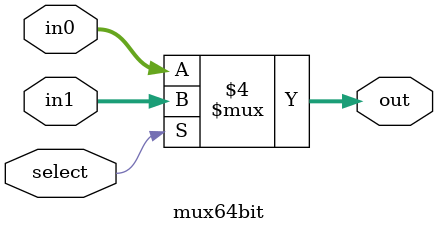
<source format=v>
`timescale 1ns / 1ps
module mux64bit(in0, in1, select, out);
    input wire select; 
    input wire [63:0] in0;
    input wire [63:0] in1;
    output reg[63:0] out;

    always @(*)
    begin
        if(select == 0)
        begin
            out <= in0;
        end
        else begin
            out <= in1;
        end
    end

endmodule 
</source>
